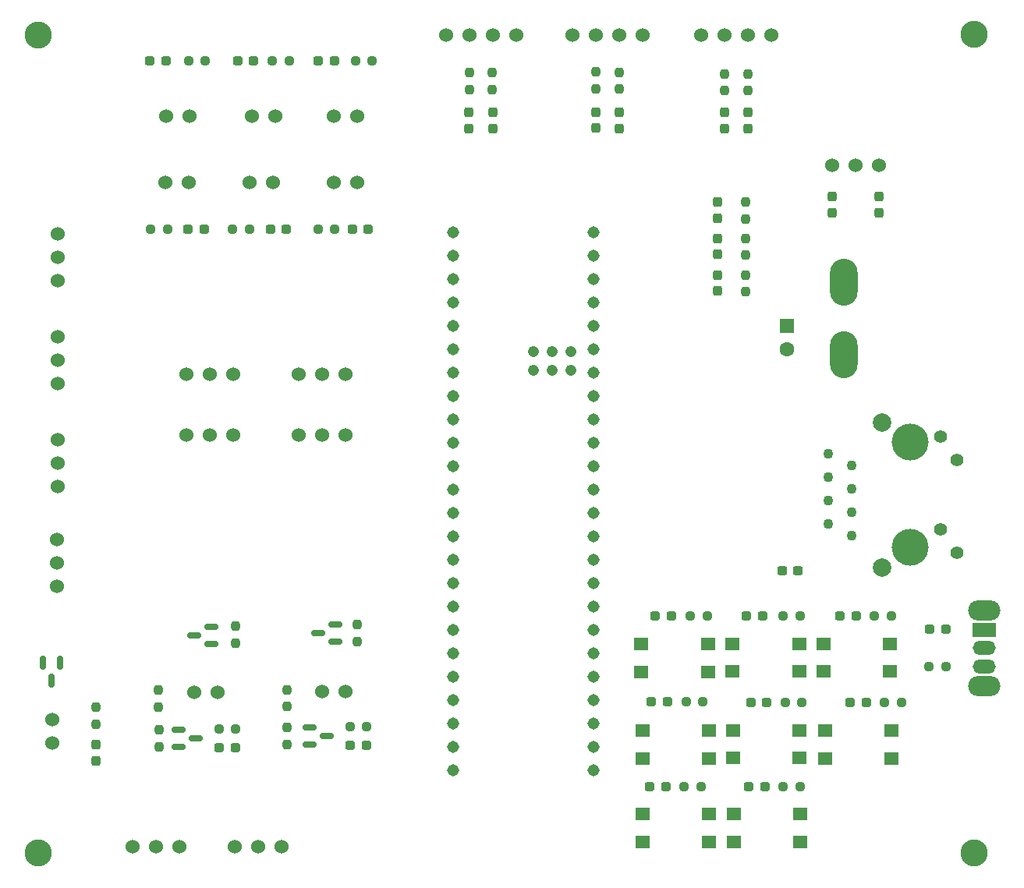
<source format=gbr>
%TF.GenerationSoftware,KiCad,Pcbnew,7.0.7*%
%TF.CreationDate,2023-11-08T18:52:28-06:00*%
%TF.ProjectId,Science_Actuation,53636965-6e63-4655-9f41-637475617469,rev?*%
%TF.SameCoordinates,Original*%
%TF.FileFunction,Soldermask,Top*%
%TF.FilePolarity,Negative*%
%FSLAX46Y46*%
G04 Gerber Fmt 4.6, Leading zero omitted, Abs format (unit mm)*
G04 Created by KiCad (PCBNEW 7.0.7) date 2023-11-08 18:52:28*
%MOMM*%
%LPD*%
G01*
G04 APERTURE LIST*
G04 Aperture macros list*
%AMRoundRect*
0 Rectangle with rounded corners*
0 $1 Rounding radius*
0 $2 $3 $4 $5 $6 $7 $8 $9 X,Y pos of 4 corners*
0 Add a 4 corners polygon primitive as box body*
4,1,4,$2,$3,$4,$5,$6,$7,$8,$9,$2,$3,0*
0 Add four circle primitives for the rounded corners*
1,1,$1+$1,$2,$3*
1,1,$1+$1,$4,$5*
1,1,$1+$1,$6,$7*
1,1,$1+$1,$8,$9*
0 Add four rect primitives between the rounded corners*
20,1,$1+$1,$2,$3,$4,$5,0*
20,1,$1+$1,$4,$5,$6,$7,0*
20,1,$1+$1,$6,$7,$8,$9,0*
20,1,$1+$1,$8,$9,$2,$3,0*%
G04 Aperture macros list end*
%ADD10RoundRect,0.237500X-0.237500X0.250000X-0.237500X-0.250000X0.237500X-0.250000X0.237500X0.250000X0*%
%ADD11RoundRect,0.237500X0.237500X-0.287500X0.237500X0.287500X-0.237500X0.287500X-0.237500X-0.287500X0*%
%ADD12C,1.524000*%
%ADD13RoundRect,0.237500X-0.287500X-0.237500X0.287500X-0.237500X0.287500X0.237500X-0.287500X0.237500X0*%
%ADD14R,1.600000X1.400000*%
%ADD15RoundRect,0.237500X-0.237500X0.300000X-0.237500X-0.300000X0.237500X-0.300000X0.237500X0.300000X0*%
%ADD16RoundRect,0.150000X-0.150000X0.587500X-0.150000X-0.587500X0.150000X-0.587500X0.150000X0.587500X0*%
%ADD17RoundRect,0.237500X-0.250000X-0.237500X0.250000X-0.237500X0.250000X0.237500X-0.250000X0.237500X0*%
%ADD18RoundRect,0.237500X0.250000X0.237500X-0.250000X0.237500X-0.250000X-0.237500X0.250000X-0.237500X0*%
%ADD19O,3.000000X5.100000*%
%ADD20O,3.500000X2.200000*%
%ADD21R,2.500000X1.500000*%
%ADD22O,2.500000X1.500000*%
%ADD23C,1.100000*%
%ADD24C,1.400000*%
%ADD25C,4.000000*%
%ADD26C,2.000000*%
%ADD27RoundRect,0.237500X0.237500X-0.250000X0.237500X0.250000X-0.237500X0.250000X-0.237500X-0.250000X0*%
%ADD28R,1.600000X1.600000*%
%ADD29C,1.600000*%
%ADD30RoundRect,0.237500X0.287500X0.237500X-0.287500X0.237500X-0.287500X-0.237500X0.287500X-0.237500X0*%
%ADD31C,2.946400*%
%ADD32RoundRect,0.237500X-0.237500X0.287500X-0.237500X-0.287500X0.237500X-0.287500X0.237500X0.287500X0*%
%ADD33C,1.308000*%
%ADD34C,1.208000*%
%ADD35RoundRect,0.150000X-0.587500X-0.150000X0.587500X-0.150000X0.587500X0.150000X-0.587500X0.150000X0*%
%ADD36RoundRect,0.237500X-0.300000X-0.237500X0.300000X-0.237500X0.300000X0.237500X-0.300000X0.237500X0*%
%ADD37RoundRect,0.150000X0.587500X0.150000X-0.587500X0.150000X-0.587500X-0.150000X0.587500X-0.150000X0*%
G04 APERTURE END LIST*
D10*
%TO.C,R32*%
X84727422Y-25861000D03*
X84727422Y-27686000D03*
%TD*%
D11*
%TO.C,D23*%
X96157422Y-31976000D03*
X96157422Y-30226000D03*
%TD*%
D12*
%TO.C,QuadEncode1*%
X93617422Y-21844000D03*
X96157422Y-21844000D03*
X98697422Y-21844000D03*
X101237422Y-21844000D03*
X101237422Y-21844000D03*
%TD*%
%TO.C,U2*%
X112921422Y-35941000D03*
X110381422Y-35941000D03*
X107841422Y-35941000D03*
%TD*%
D13*
%TO.C,D21*%
X98825422Y-103420656D03*
X100575422Y-103420656D03*
%TD*%
%TO.C,D4*%
X52107500Y-24638000D03*
X53857500Y-24638000D03*
%TD*%
D14*
%TO.C,SW4*%
X87267422Y-97348656D03*
X94467422Y-97348656D03*
X87267422Y-100348656D03*
X94467422Y-100348656D03*
%TD*%
%TO.C,SW3*%
X106947422Y-87902656D03*
X114147422Y-87902656D03*
X106947422Y-90902656D03*
X114147422Y-90902656D03*
%TD*%
D12*
%TO.C,Conn13*%
X38626422Y-93218000D03*
X41166422Y-93218000D03*
%TD*%
%TO.C,Conn17*%
X42817422Y-65278000D03*
X40277422Y-65278000D03*
X37737422Y-65278000D03*
%TD*%
D15*
%TO.C,C4*%
X107841422Y-39370000D03*
X107841422Y-41095000D03*
%TD*%
D12*
%TO.C,Conn15*%
X23767422Y-59690000D03*
X23767422Y-57150000D03*
X23767422Y-54610000D03*
%TD*%
D16*
%TO.C,Q1*%
X23114000Y-91884500D03*
X22164000Y-90009500D03*
X24064000Y-90009500D03*
%TD*%
D13*
%TO.C,D13*%
X118470766Y-86324000D03*
X120220766Y-86324000D03*
%TD*%
D11*
%TO.C,D12*%
X95395422Y-41702000D03*
X95395422Y-39952000D03*
%TD*%
D10*
%TO.C,R34*%
X70981422Y-25908000D03*
X70981422Y-27733000D03*
%TD*%
D17*
%TO.C,R2*%
X37991422Y-24638000D03*
X39816422Y-24638000D03*
%TD*%
D18*
%TO.C,R23*%
X104620700Y-94300656D03*
X102795700Y-94300656D03*
%TD*%
D19*
%TO.C,Conn1*%
X109157800Y-48641000D03*
X109157800Y-56515000D03*
%TD*%
D13*
%TO.C,D3*%
X43344500Y-24638000D03*
X45094500Y-24638000D03*
%TD*%
D20*
%TO.C,SW10*%
X124351422Y-84292000D03*
X124351422Y-92492000D03*
D21*
X124351422Y-86392000D03*
D22*
X124351422Y-88392000D03*
X124351422Y-90392000D03*
%TD*%
D23*
%TO.C,J4*%
X109982000Y-76175000D03*
X107442000Y-74905000D03*
X109982000Y-73635000D03*
X107442000Y-72365000D03*
X109982000Y-71095000D03*
X107442000Y-69825000D03*
X109982000Y-68555000D03*
X107442000Y-67285000D03*
D24*
X121412000Y-78055000D03*
X119622000Y-75515000D03*
X121412000Y-67945000D03*
X119622000Y-65405000D03*
D25*
X116332000Y-77445000D03*
X116332000Y-66015000D03*
D26*
X113282000Y-79605000D03*
X113282000Y-63855000D03*
%TD*%
D11*
%TO.C,D27*%
X68441422Y-31976000D03*
X68441422Y-30226000D03*
%TD*%
%TO.C,D24*%
X98697422Y-31976000D03*
X98697422Y-30226000D03*
%TD*%
D18*
%TO.C,R17*%
X43134922Y-97155000D03*
X41309922Y-97155000D03*
%TD*%
D12*
%TO.C,Conn8*%
X37991422Y-37846000D03*
X35451422Y-37846000D03*
%TD*%
D18*
%TO.C,R24*%
X115415700Y-94300656D03*
X113590700Y-94300656D03*
%TD*%
D12*
%TO.C,Conn7*%
X47135422Y-37846000D03*
X44595422Y-37846000D03*
%TD*%
D27*
%TO.C,R13*%
X34831422Y-99083500D03*
X34831422Y-97258500D03*
%TD*%
D12*
%TO.C,Conn4*%
X44912922Y-30607000D03*
X47452922Y-30607000D03*
%TD*%
D18*
%TO.C,R20*%
X102588422Y-84878656D03*
X104413422Y-84878656D03*
%TD*%
D27*
%TO.C,R10*%
X98443422Y-45700000D03*
X98443422Y-43875000D03*
%TD*%
%TO.C,R15*%
X98443422Y-49680500D03*
X98443422Y-47855500D03*
%TD*%
D17*
%TO.C,R16*%
X55533922Y-96901000D03*
X57358922Y-96901000D03*
%TD*%
%TO.C,R3*%
X47107500Y-24638000D03*
X48932500Y-24638000D03*
%TD*%
D12*
%TO.C,QuadEncode3*%
X65931422Y-21844000D03*
X68471422Y-21844000D03*
X71011422Y-21844000D03*
X73551422Y-21844000D03*
X73551422Y-21844000D03*
%TD*%
D14*
%TO.C,SW6*%
X107079422Y-97348656D03*
X114279422Y-97348656D03*
X107079422Y-100348656D03*
X114279422Y-100348656D03*
%TD*%
D12*
%TO.C,QuadEncode2*%
X79647422Y-21844000D03*
X82187422Y-21844000D03*
X84727422Y-21844000D03*
X87267422Y-21844000D03*
X87267422Y-21844000D03*
%TD*%
%TO.C,Servo2*%
X48133000Y-109982000D03*
X45593000Y-109982000D03*
X43053000Y-109982000D03*
%TD*%
D15*
%TO.C,C3*%
X112921422Y-39370000D03*
X112921422Y-41095000D03*
%TD*%
D27*
%TO.C,R9*%
X43134922Y-87848250D03*
X43134922Y-86023250D03*
%TD*%
D12*
%TO.C,Conn10*%
X37737422Y-58674000D03*
X40277422Y-58674000D03*
X42817422Y-58674000D03*
%TD*%
D28*
%TO.C,C1*%
X102997000Y-53427621D03*
D29*
X102997000Y-55927621D03*
%TD*%
D13*
%TO.C,D18*%
X99060700Y-94300656D03*
X100810700Y-94300656D03*
%TD*%
D17*
%TO.C,R4*%
X56124500Y-24638000D03*
X57949500Y-24638000D03*
%TD*%
D12*
%TO.C,Conn14*%
X23767422Y-48514000D03*
X23767422Y-45974000D03*
X23767422Y-43434000D03*
%TD*%
%TO.C,Conn3*%
X35578422Y-30607000D03*
X38118422Y-30607000D03*
%TD*%
D27*
%TO.C,R33*%
X68471422Y-27733000D03*
X68471422Y-25908000D03*
%TD*%
D14*
%TO.C,SW1*%
X94379422Y-90950656D03*
X87179422Y-90950656D03*
X94379422Y-87950656D03*
X87179422Y-87950656D03*
%TD*%
D12*
%TO.C,Conn16*%
X23767422Y-70866000D03*
X23767422Y-68326000D03*
X23767422Y-65786000D03*
%TD*%
D27*
%TO.C,R31*%
X82187422Y-27629500D03*
X82187422Y-25804500D03*
%TD*%
D12*
%TO.C,Conn18*%
X23749000Y-81661000D03*
X23749000Y-79121000D03*
X23749000Y-76581000D03*
%TD*%
D18*
%TO.C,R5*%
X53889922Y-42926000D03*
X52064922Y-42926000D03*
%TD*%
D13*
%TO.C,D14*%
X88693422Y-84878656D03*
X90443422Y-84878656D03*
%TD*%
D30*
%TO.C,D7*%
X39722422Y-42926000D03*
X37972422Y-42926000D03*
%TD*%
D14*
%TO.C,SW8*%
X104413422Y-109420656D03*
X97213422Y-109420656D03*
X104413422Y-106420656D03*
X97213422Y-106420656D03*
%TD*%
D30*
%TO.C,D6*%
X48631422Y-42926000D03*
X46881422Y-42926000D03*
%TD*%
D13*
%TO.C,D19*%
X109827700Y-94300656D03*
X111577700Y-94300656D03*
%TD*%
D18*
%TO.C,R22*%
X93849200Y-94234000D03*
X92024200Y-94234000D03*
%TD*%
D14*
%TO.C,SW5*%
X97129422Y-97324656D03*
X104329422Y-97324656D03*
X97129422Y-100324656D03*
X104329422Y-100324656D03*
%TD*%
D31*
%TO.C,H4*%
X21664302Y-110672880D03*
%TD*%
D11*
%TO.C,D9*%
X95395422Y-49629000D03*
X95395422Y-47879000D03*
%TD*%
D12*
%TO.C,Conn12*%
X52532922Y-93091000D03*
X55072922Y-93091000D03*
%TD*%
D30*
%TO.C,D5*%
X57521422Y-42926000D03*
X55771422Y-42926000D03*
%TD*%
D13*
%TO.C,D15*%
X100321422Y-84878656D03*
X98571422Y-84878656D03*
%TD*%
D18*
%TO.C,R6*%
X44614422Y-42926000D03*
X42789422Y-42926000D03*
%TD*%
D12*
%TO.C,Conn5*%
X53802922Y-30607000D03*
X56342922Y-30607000D03*
%TD*%
D11*
%TO.C,D8*%
X95395422Y-45625000D03*
X95395422Y-43875000D03*
%TD*%
D13*
%TO.C,D2*%
X33796000Y-24638000D03*
X35546000Y-24638000D03*
%TD*%
D18*
%TO.C,R21*%
X112494422Y-84878656D03*
X114319422Y-84878656D03*
%TD*%
D14*
%TO.C,SW7*%
X94507422Y-109420656D03*
X87307422Y-109420656D03*
X94507422Y-106420656D03*
X87307422Y-106420656D03*
%TD*%
D32*
%TO.C,D1*%
X27940000Y-100633500D03*
X27940000Y-98883500D03*
%TD*%
D33*
%TO.C,U1*%
X66693422Y-45786656D03*
X66693422Y-48326656D03*
X66693422Y-50866656D03*
X66693422Y-53406656D03*
X66693422Y-78806656D03*
X81933422Y-48326656D03*
X66693422Y-55946656D03*
X66693422Y-58486656D03*
X66693422Y-61026656D03*
X66693422Y-63566656D03*
X66693422Y-66106656D03*
X66693422Y-68646656D03*
X66693422Y-71186656D03*
X66693422Y-73726656D03*
X66693422Y-76266656D03*
X81933422Y-76266656D03*
X81933422Y-73726656D03*
X81933422Y-71186656D03*
X81933422Y-68646656D03*
X81933422Y-66106656D03*
X81933422Y-63566656D03*
X81933422Y-61026656D03*
X81933422Y-58486656D03*
X81933422Y-55946656D03*
X81933422Y-53406656D03*
X81933422Y-50866656D03*
X66693422Y-81346656D03*
X66693422Y-83886656D03*
X66693422Y-86426656D03*
X66693422Y-88966656D03*
X66693422Y-91506656D03*
X66693422Y-94046656D03*
X66693422Y-96586656D03*
X66693422Y-99126656D03*
X66693422Y-101666656D03*
X81933422Y-101666656D03*
X81933422Y-99126656D03*
X81933422Y-96586656D03*
X81933422Y-94046656D03*
X81933422Y-91506656D03*
X81933422Y-88966656D03*
X81933422Y-86426656D03*
X81933422Y-83886656D03*
X81933422Y-81346656D03*
X66693422Y-43246656D03*
X81933422Y-78806656D03*
X81933422Y-45786656D03*
D34*
X77483422Y-58216656D03*
X77483422Y-56216656D03*
X79483422Y-56216656D03*
X79483422Y-58216656D03*
X75483422Y-58216656D03*
X75483422Y-56216656D03*
D33*
X81933422Y-43246656D03*
%TD*%
D35*
%TO.C,Q5*%
X36941922Y-97221000D03*
X36941922Y-99121000D03*
X38816922Y-98171000D03*
%TD*%
D12*
%TO.C,Servo1*%
X36975422Y-109982000D03*
X34435422Y-109982000D03*
X31895422Y-109982000D03*
%TD*%
D11*
%TO.C,D25*%
X82187422Y-31919500D03*
X82187422Y-30169500D03*
%TD*%
%TO.C,D28*%
X71011422Y-31976000D03*
X71011422Y-30226000D03*
%TD*%
D27*
%TO.C,R11*%
X48722922Y-97004500D03*
X48722922Y-98829500D03*
%TD*%
%TO.C,R8*%
X56342922Y-87653500D03*
X56342922Y-85828500D03*
%TD*%
D12*
%TO.C,Conn9*%
X55009422Y-65278000D03*
X52469422Y-65278000D03*
X49929422Y-65278000D03*
%TD*%
D27*
%TO.C,R12*%
X48722922Y-94728000D03*
X48722922Y-92903000D03*
%TD*%
D10*
%TO.C,R30*%
X98697422Y-26011500D03*
X98697422Y-27836500D03*
%TD*%
D12*
%TO.C,Conn11*%
X49929422Y-58674000D03*
X52469422Y-58674000D03*
X55009422Y-58674000D03*
%TD*%
D13*
%TO.C,D10*%
X55571422Y-98933000D03*
X57321422Y-98933000D03*
%TD*%
D18*
%TO.C,R25*%
X93645422Y-103444656D03*
X91820422Y-103444656D03*
%TD*%
D36*
%TO.C,C2*%
X102464000Y-80020344D03*
X104189000Y-80020344D03*
%TD*%
D27*
%TO.C,R18*%
X98443422Y-41777000D03*
X98443422Y-39952000D03*
%TD*%
D18*
%TO.C,R26*%
X104413422Y-103420656D03*
X102588422Y-103420656D03*
%TD*%
D31*
%TO.C,H2*%
X123264302Y-21772880D03*
%TD*%
D17*
%TO.C,R28*%
X118395766Y-90388000D03*
X120220766Y-90388000D03*
%TD*%
D13*
%TO.C,D20*%
X88057422Y-103444656D03*
X89807422Y-103444656D03*
%TD*%
D11*
%TO.C,D26*%
X84727422Y-31976000D03*
X84727422Y-30226000D03*
%TD*%
D18*
%TO.C,R7*%
X35705422Y-42926000D03*
X33880422Y-42926000D03*
%TD*%
D27*
%TO.C,R29*%
X96187422Y-27836500D03*
X96187422Y-26011500D03*
%TD*%
D37*
%TO.C,Q3*%
X40501422Y-87964250D03*
X40501422Y-86064250D03*
X38626422Y-87014250D03*
%TD*%
D31*
%TO.C,H3*%
X123264302Y-110672880D03*
%TD*%
D27*
%TO.C,R1*%
X27940000Y-94819500D03*
X27940000Y-96644500D03*
%TD*%
D13*
%TO.C,D16*%
X110509422Y-84878656D03*
X108759422Y-84878656D03*
%TD*%
%TO.C,D11*%
X41347422Y-99187000D03*
X43097422Y-99187000D03*
%TD*%
D18*
%TO.C,R19*%
X94300422Y-84878656D03*
X92475422Y-84878656D03*
%TD*%
D27*
%TO.C,R14*%
X34752922Y-94765500D03*
X34752922Y-92940500D03*
%TD*%
D35*
%TO.C,Q4*%
X51165922Y-96967000D03*
X51165922Y-98867000D03*
X53040922Y-97917000D03*
%TD*%
D31*
%TO.C,H1*%
X21670522Y-21779100D03*
%TD*%
D13*
%TO.C,D17*%
X88242200Y-94234000D03*
X89992200Y-94234000D03*
%TD*%
D37*
%TO.C,Q2*%
X53978422Y-87691000D03*
X53978422Y-85791000D03*
X52103422Y-86741000D03*
%TD*%
D14*
%TO.C,SW2*%
X97085422Y-87902656D03*
X104285422Y-87902656D03*
X97085422Y-90902656D03*
X104285422Y-90902656D03*
%TD*%
D12*
%TO.C,Conn6*%
X56279422Y-37846000D03*
X53739422Y-37846000D03*
%TD*%
%TO.C,Conn2*%
X23241000Y-96139000D03*
X23241000Y-98679000D03*
%TD*%
M02*

</source>
